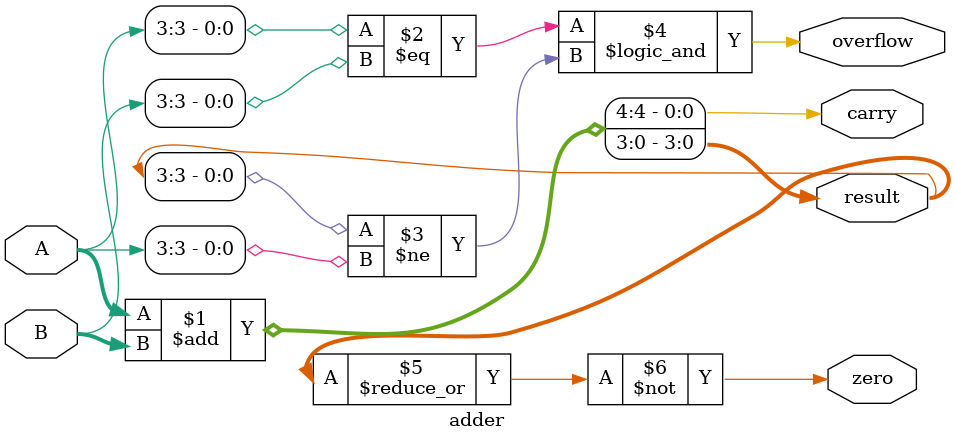
<source format=v>
module adder(
	input [3:0] A,
	input [3:0] B,
	output [3:0] result,
	output carry,
	output zero,
	output overflow
);
//进位out_c和溢出overflow不就一样了吗？
assign {carry,result} = A + B;
assign overflow = (A[3] == B[3])&&(result[3] != A[3]);
assign zero = ~(|result);

endmodule

</source>
